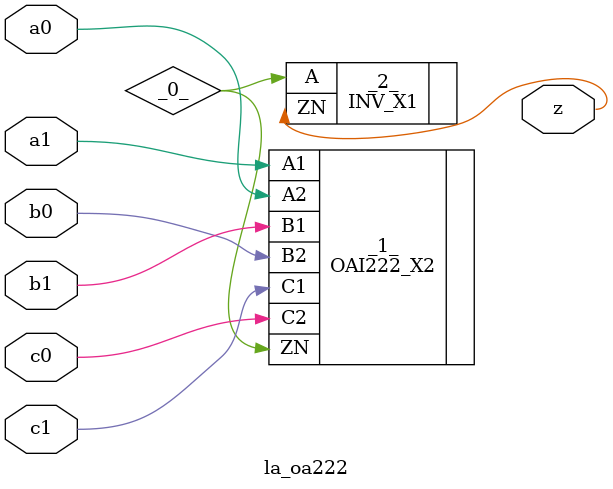
<source format=v>
/* Generated by Yosys 0.37 (git sha1 a5c7f69ed, clang 14.0.0-1ubuntu1.1 -fPIC -Os) */

module la_oa222(a0, a1, b0, b1, c0, c1, z);
  wire _0_;
  input a0;
  wire a0;
  input a1;
  wire a1;
  input b0;
  wire b0;
  input b1;
  wire b1;
  input c0;
  wire c0;
  input c1;
  wire c1;
  output z;
  wire z;
  OAI222_X2 _1_ (
    .A1(a1),
    .A2(a0),
    .B1(b1),
    .B2(b0),
    .C1(c1),
    .C2(c0),
    .ZN(_0_)
  );
  INV_X1 _2_ (
    .A(_0_),
    .ZN(z)
  );
endmodule

</source>
